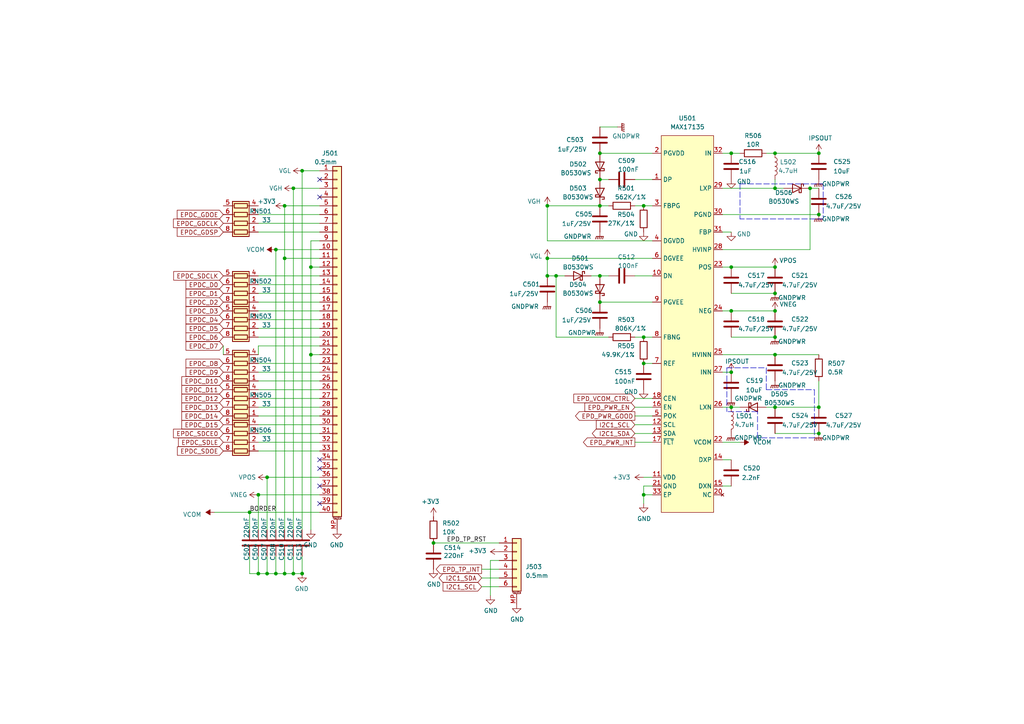
<source format=kicad_sch>
(kicad_sch (version 20210621) (generator eeschema)
  (paper "A4")
  (title_block (title "NekoInk Mainboard") (date "2021-09-28") (rev "R0.2") (company "Copyright 2021 Wenting Zhang") (comment 2 "MERCHANTABILITY, SATISFACTORY QUALITY AND FITNESS FOR A PARTICULAR PURPOSE.") (comment 3 "This source is distributed WITHOUT ANY EXPRESS OR IMPLIED WARRANTY, INCLUDING OF") (comment 4 "This source describes Open Hardware and is licensed under the CERN-OHL-P v2."))
  (lib_symbols
    (symbol "Connector_Generic_MountingPin:Conn_01x06_MountingPin" (pin_names (offset 1.016) hide)
      (property "Reference" "J" (at 0 7.62 0))
      (property "Value" "Conn_01x06_MountingPin" (at 1.27 -10.16 0))
      (symbol "Conn_01x06_MountingPin_1_1"
        (text "Mounting" (at 0 -9.271 0) (effects (font (size 0.381 0.381))))
        (rectangle (start -1.27 -7.493) (end 0 -7.747) (stroke (width 0.1524)))
        (rectangle (start -1.27 -4.953) (end 0 -5.207) (stroke (width 0.1524)))
        (rectangle (start -1.27 -2.413) (end 0 -2.667) (stroke (width 0.1524)))
        (rectangle (start -1.27 0.127) (end 0 -0.127) (stroke (width 0.1524)))
        (rectangle (start -1.27 2.667) (end 0 2.413) (stroke (width 0.1524)))
        (rectangle (start -1.27 5.207) (end 0 4.953) (stroke (width 0.1524)))
        (rectangle (start -1.27 6.35) (end 1.27 -8.89) (stroke (width 0.254)) (fill (type background)))
        (polyline (pts (xy -1.016 -9.652) (xy 1.016 -9.652)) (stroke (width 0.1524)))
        (pin passive line (at -5.08 5.08 0) (length 3.81) (name "Pin_1") (number "1"))
        (pin passive line (at -5.08 2.54 0) (length 3.81) (name "Pin_2") (number "2"))
        (pin passive line (at -5.08 0 0) (length 3.81) (name "Pin_3") (number "3"))
        (pin passive line (at -5.08 -2.54 0) (length 3.81) (name "Pin_4") (number "4"))
        (pin passive line (at -5.08 -5.08 0) (length 3.81) (name "Pin_5") (number "5"))
        (pin passive line (at -5.08 -7.62 0) (length 3.81) (name "Pin_6") (number "6"))
        (pin passive line (at 0 -12.7 90) (length 3.048) (name "MountPin") (number "MP"))
      )
    )
    (symbol "Connector_Generic_MountingPin:Conn_01x40_MountingPin" (pin_names (offset 1.016) hide)
      (property "Reference" "J" (at 0 50.8 0))
      (property "Value" "Conn_01x40_MountingPin" (at 1.27 -53.34 0))
      (symbol "Conn_01x40_MountingPin_1_1"
        (text "Mounting" (at 0 -52.451 0) (effects (font (size 0.381 0.381))))
        (rectangle (start -1.27 -50.673) (end 0 -50.927) (stroke (width 0.1524)))
        (rectangle (start -1.27 -48.133) (end 0 -48.387) (stroke (width 0.1524)))
        (rectangle (start -1.27 -45.593) (end 0 -45.847) (stroke (width 0.1524)))
        (rectangle (start -1.27 -43.053) (end 0 -43.307) (stroke (width 0.1524)))
        (rectangle (start -1.27 -40.513) (end 0 -40.767) (stroke (width 0.1524)))
        (rectangle (start -1.27 -37.973) (end 0 -38.227) (stroke (width 0.1524)))
        (rectangle (start -1.27 -35.433) (end 0 -35.687) (stroke (width 0.1524)))
        (rectangle (start -1.27 -32.893) (end 0 -33.147) (stroke (width 0.1524)))
        (rectangle (start -1.27 -30.353) (end 0 -30.607) (stroke (width 0.1524)))
        (rectangle (start -1.27 -27.813) (end 0 -28.067) (stroke (width 0.1524)))
        (rectangle (start -1.27 -25.273) (end 0 -25.527) (stroke (width 0.1524)))
        (rectangle (start -1.27 -22.733) (end 0 -22.987) (stroke (width 0.1524)))
        (rectangle (start -1.27 -20.193) (end 0 -20.447) (stroke (width 0.1524)))
        (rectangle (start -1.27 -17.653) (end 0 -17.907) (stroke (width 0.1524)))
        (rectangle (start -1.27 -15.113) (end 0 -15.367) (stroke (width 0.1524)))
        (rectangle (start -1.27 -12.573) (end 0 -12.827) (stroke (width 0.1524)))
        (rectangle (start -1.27 -10.033) (end 0 -10.287) (stroke (width 0.1524)))
        (rectangle (start -1.27 -7.493) (end 0 -7.747) (stroke (width 0.1524)))
        (rectangle (start -1.27 -4.953) (end 0 -5.207) (stroke (width 0.1524)))
        (rectangle (start -1.27 -2.413) (end 0 -2.667) (stroke (width 0.1524)))
        (rectangle (start -1.27 0.127) (end 0 -0.127) (stroke (width 0.1524)))
        (rectangle (start -1.27 2.667) (end 0 2.413) (stroke (width 0.1524)))
        (rectangle (start -1.27 5.207) (end 0 4.953) (stroke (width 0.1524)))
        (rectangle (start -1.27 7.747) (end 0 7.493) (stroke (width 0.1524)))
        (rectangle (start -1.27 10.287) (end 0 10.033) (stroke (width 0.1524)))
        (rectangle (start -1.27 12.827) (end 0 12.573) (stroke (width 0.1524)))
        (rectangle (start -1.27 15.367) (end 0 15.113) (stroke (width 0.1524)))
        (rectangle (start -1.27 17.907) (end 0 17.653) (stroke (width 0.1524)))
        (rectangle (start -1.27 20.447) (end 0 20.193) (stroke (width 0.1524)))
        (rectangle (start -1.27 22.987) (end 0 22.733) (stroke (width 0.1524)))
        (rectangle (start -1.27 25.527) (end 0 25.273) (stroke (width 0.1524)))
        (rectangle (start -1.27 28.067) (end 0 27.813) (stroke (width 0.1524)))
        (rectangle (start -1.27 30.607) (end 0 30.353) (stroke (width 0.1524)))
        (rectangle (start -1.27 33.147) (end 0 32.893) (stroke (width 0.1524)))
        (rectangle (start -1.27 35.687) (end 0 35.433) (stroke (width 0.1524)))
        (rectangle (start -1.27 38.227) (end 0 37.973) (stroke (width 0.1524)))
        (rectangle (start -1.27 40.767) (end 0 40.513) (stroke (width 0.1524)))
        (rectangle (start -1.27 43.307) (end 0 43.053) (stroke (width 0.1524)))
        (rectangle (start -1.27 45.847) (end 0 45.593) (stroke (width 0.1524)))
        (rectangle (start -1.27 48.387) (end 0 48.133) (stroke (width 0.1524)))
        (rectangle (start -1.27 49.53) (end 1.27 -52.07) (stroke (width 0.254)) (fill (type background)))
        (polyline (pts (xy -1.016 -52.832) (xy 1.016 -52.832)) (stroke (width 0.1524)))
        (pin passive line (at -5.08 48.26 0) (length 3.81) (name "Pin_1") (number "1"))
        (pin passive line (at -5.08 25.4 0) (length 3.81) (name "Pin_10") (number "10"))
        (pin passive line (at -5.08 22.86 0) (length 3.81) (name "Pin_11") (number "11"))
        (pin passive line (at -5.08 20.32 0) (length 3.81) (name "Pin_12") (number "12"))
        (pin passive line (at -5.08 17.78 0) (length 3.81) (name "Pin_13") (number "13"))
        (pin passive line (at -5.08 15.24 0) (length 3.81) (name "Pin_14") (number "14"))
        (pin passive line (at -5.08 12.7 0) (length 3.81) (name "Pin_15") (number "15"))
        (pin passive line (at -5.08 10.16 0) (length 3.81) (name "Pin_16") (number "16"))
        (pin passive line (at -5.08 7.62 0) (length 3.81) (name "Pin_17") (number "17"))
        (pin passive line (at -5.08 5.08 0) (length 3.81) (name "Pin_18") (number "18"))
        (pin passive line (at -5.08 2.54 0) (length 3.81) (name "Pin_19") (number "19"))
        (pin passive line (at -5.08 45.72 0) (length 3.81) (name "Pin_2") (number "2"))
        (pin passive line (at -5.08 0 0) (length 3.81) (name "Pin_20") (number "20"))
        (pin passive line (at -5.08 -2.54 0) (length 3.81) (name "Pin_21") (number "21"))
        (pin passive line (at -5.08 -5.08 0) (length 3.81) (name "Pin_22") (number "22"))
        (pin passive line (at -5.08 -7.62 0) (length 3.81) (name "Pin_23") (number "23"))
        (pin passive line (at -5.08 -10.16 0) (length 3.81) (name "Pin_24") (number "24"))
        (pin passive line (at -5.08 -12.7 0) (length 3.81) (name "Pin_25") (number "25"))
        (pin passive line (at -5.08 -15.24 0) (length 3.81) (name "Pin_26") (number "26"))
        (pin passive line (at -5.08 -17.78 0) (length 3.81) (name "Pin_27") (number "27"))
        (pin passive line (at -5.08 -20.32 0) (length 3.81) (name "Pin_28") (number "28"))
        (pin passive line (at -5.08 -22.86 0) (length 3.81) (name "Pin_29") (number "29"))
        (pin passive line (at -5.08 43.18 0) (length 3.81) (name "Pin_3") (number "3"))
        (pin passive line (at -5.08 -25.4 0) (length 3.81) (name "Pin_30") (number "30"))
        (pin passive line (at -5.08 -27.94 0) (length 3.81) (name "Pin_31") (number "31"))
        (pin passive line (at -5.08 -30.48 0) (length 3.81) (name "Pin_32") (number "32"))
        (pin passive line (at -5.08 -33.02 0) (length 3.81) (name "Pin_33") (number "33"))
        (pin passive line (at -5.08 -35.56 0) (length 3.81) (name "Pin_34") (number "34"))
        (pin passive line (at -5.08 -38.1 0) (length 3.81) (name "Pin_35") (number "35"))
        (pin passive line (at -5.08 -40.64 0) (length 3.81) (name "Pin_36") (number "36"))
        (pin passive line (at -5.08 -43.18 0) (length 3.81) (name "Pin_37") (number "37"))
        (pin passive line (at -5.08 -45.72 0) (length 3.81) (name "Pin_38") (number "38"))
        (pin passive line (at -5.08 -48.26 0) (length 3.81) (name "Pin_39") (number "39"))
        (pin passive line (at -5.08 40.64 0) (length 3.81) (name "Pin_4") (number "4"))
        (pin passive line (at -5.08 -50.8 0) (length 3.81) (name "Pin_40") (number "40"))
        (pin passive line (at -5.08 38.1 0) (length 3.81) (name "Pin_5") (number "5"))
        (pin passive line (at -5.08 35.56 0) (length 3.81) (name "Pin_6") (number "6"))
        (pin passive line (at -5.08 33.02 0) (length 3.81) (name "Pin_7") (number "7"))
        (pin passive line (at -5.08 30.48 0) (length 3.81) (name "Pin_8") (number "8"))
        (pin passive line (at -5.08 27.94 0) (length 3.81) (name "Pin_9") (number "9"))
        (pin passive line (at 0 -55.88 90) (length 3.048) (name "MountPin") (number "MP"))
      )
    )
    (symbol "Device:C" (pin_numbers hide) (pin_names (offset 0.254))
      (property "Reference" "C" (at 0.635 2.54 0))
      (property "Value" "C" (at 0.635 -2.54 0))
      (symbol "C_0_1"
        (polyline (pts (xy -2.032 -0.762) (xy 2.032 -0.762)) (stroke (width 0.508)))
        (polyline (pts (xy -2.032 0.762) (xy 2.032 0.762)) (stroke (width 0.508)))
      )
      (symbol "C_1_1"
        (pin passive line (at 0 3.81 270) (length 2.794) (name "~") (number "1"))
        (pin passive line (at 0 -3.81 90) (length 2.794) (name "~") (number "2"))
      )
    )
    (symbol "Device:D_Schottky" (pin_numbers hide) (pin_names (offset 1.016) hide)
      (property "Reference" "D" (at 0 2.54 0))
      (property "Value" "D_Schottky" (at 0 -2.54 0))
      (symbol "D_Schottky_0_1"
        (polyline (pts (xy 1.27 0) (xy -1.27 0)))
        (polyline (pts (xy 1.27 1.27) (xy 1.27 -1.27) (xy -1.27 0) (xy 1.27 1.27)) (stroke (width 0.254)))
        (polyline (pts (xy -1.905 0.635) (xy -1.905 1.27) (xy -1.27 1.27) (xy -1.27 -1.27) (xy -0.635 -1.27) (xy -0.635 -0.635)) (stroke (width 0.254)))
      )
      (symbol "D_Schottky_1_1"
        (pin passive line (at -3.81 0 0) (length 2.54) (name "K") (number "1"))
        (pin passive line (at 3.81 0 180) (length 2.54) (name "A") (number "2"))
      )
    )
    (symbol "Device:L" (pin_numbers hide) (pin_names (offset 1.016) hide)
      (property "Reference" "L" (at -1.27 0 90))
      (property "Value" "L" (at 1.905 0 90))
      (symbol "L_0_1"
        (arc (start 0 -2.54) (end 0 -1.27) (radius (at 0 -1.905) (length 0.635) (angles -89.9 89.9)))
        (arc (start 0 -1.27) (end 0 0) (radius (at 0 -0.635) (length 0.635) (angles -89.9 89.9)))
        (arc (start 0 0) (end 0 1.27) (radius (at 0 0.635) (length 0.635) (angles -89.9 89.9)))
        (arc (start 0 1.27) (end 0 2.54) (radius (at 0 1.905) (length 0.635) (angles -89.9 89.9)))
      )
      (symbol "L_1_1"
        (pin passive line (at 0 3.81 270) (length 1.27) (name "1") (number "1"))
        (pin passive line (at 0 -3.81 90) (length 1.27) (name "2") (number "2"))
      )
    )
    (symbol "Device:R" (pin_numbers hide) (pin_names (offset 0))
      (property "Reference" "R" (at 2.032 0 90))
      (property "Value" "R" (at 0 0 90))
      (symbol "R_0_1"
        (rectangle (start -1.016 -2.54) (end 1.016 2.54) (stroke (width 0.254)))
      )
      (symbol "R_1_1"
        (pin passive line (at 0 3.81 270) (length 1.27) (name "~") (number "1"))
        (pin passive line (at 0 -3.81 90) (length 1.27) (name "~") (number "2"))
      )
    )
    (symbol "Device:R_Pack04" (pin_names (offset 0) hide)
      (property "Reference" "RN" (at -7.62 0 90))
      (property "Value" "R_Pack04" (at 5.08 0 90))
      (symbol "R_Pack04_0_1"
        (rectangle (start -5.715 1.905) (end -4.445 -1.905) (stroke (width 0.254)))
        (rectangle (start -3.175 1.905) (end -1.905 -1.905) (stroke (width 0.254)))
        (rectangle (start -0.635 1.905) (end 0.635 -1.905) (stroke (width 0.254)))
        (rectangle (start 1.905 1.905) (end 3.175 -1.905) (stroke (width 0.254)))
        (rectangle (start -6.35 -2.413) (end 3.81 2.413) (stroke (width 0.254)) (fill (type background)))
        (polyline (pts (xy -5.08 -2.54) (xy -5.08 -1.905)))
        (polyline (pts (xy -5.08 1.905) (xy -5.08 2.54)))
        (polyline (pts (xy -2.54 -2.54) (xy -2.54 -1.905)))
        (polyline (pts (xy -2.54 1.905) (xy -2.54 2.54)))
        (polyline (pts (xy 0 -2.54) (xy 0 -1.905)))
        (polyline (pts (xy 0 1.905) (xy 0 2.54)))
        (polyline (pts (xy 2.54 -2.54) (xy 2.54 -1.905)))
        (polyline (pts (xy 2.54 1.905) (xy 2.54 2.54)))
      )
      (symbol "R_Pack04_1_1"
        (pin passive line (at -5.08 -5.08 90) (length 2.54) (name "R1.1") (number "1"))
        (pin passive line (at -2.54 -5.08 90) (length 2.54) (name "R2.1") (number "2"))
        (pin passive line (at 0 -5.08 90) (length 2.54) (name "R3.1") (number "3"))
        (pin passive line (at 2.54 -5.08 90) (length 2.54) (name "R4.1") (number "4"))
        (pin passive line (at 2.54 5.08 270) (length 2.54) (name "R4.2") (number "5"))
        (pin passive line (at 0 5.08 270) (length 2.54) (name "R3.2") (number "6"))
        (pin passive line (at -2.54 5.08 270) (length 2.54) (name "R2.2") (number "7"))
        (pin passive line (at -5.08 5.08 270) (length 2.54) (name "R1.2") (number "8"))
      )
    )
    (symbol "power:+3V3" (power) (pin_names (offset 0))
      (property "Value" "+3V3" (at 0 3.556 0))
      (symbol "+3V3_0_1"
        (polyline (pts (xy -0.762 1.27) (xy 0 2.54)))
        (polyline (pts (xy 0 0) (xy 0 2.54)))
        (polyline (pts (xy 0 2.54) (xy 0.762 1.27)))
      )
      (symbol "+3V3_1_1"
        (pin power_in line (at 0 0 90) (length 0) hide (name "+3V3") (number "1"))
      )
    )
    (symbol "power:GND" (power) (pin_names (offset 0))
      (property "Value" "GND" (at 0 -3.81 0))
      (symbol "GND_0_1"
        (polyline (pts (xy 0 0) (xy 0 -1.27) (xy 1.27 -1.27) (xy 0 -2.54) (xy -1.27 -1.27) (xy 0 -1.27)))
      )
      (symbol "GND_1_1"
        (pin power_in line (at 0 0 270) (length 0) hide (name "GND") (number "1"))
      )
    )
    (symbol "power:GNDPWR" (power) (pin_names (offset 0))
      (property "Value" "GNDPWR" (at 0 -3.302 0))
      (symbol "GNDPWR_0_1"
        (polyline (pts (xy 0 -1.27) (xy 0 0)))
        (polyline (pts (xy -1.016 -1.27) (xy -1.27 -2.032) (xy -1.27 -2.032)) (stroke (width 0.2032)))
        (polyline (pts (xy -0.508 -1.27) (xy -0.762 -2.032) (xy -0.762 -2.032)) (stroke (width 0.2032)))
        (polyline (pts (xy 0 -1.27) (xy -0.254 -2.032) (xy -0.254 -2.032)) (stroke (width 0.2032)))
        (polyline (pts (xy 0.508 -1.27) (xy 0.254 -2.032) (xy 0.254 -2.032)) (stroke (width 0.2032)))
        (polyline (pts (xy 1.016 -1.27) (xy -1.016 -1.27) (xy -1.016 -1.27)) (stroke (width 0.2032)))
        (polyline (pts (xy 1.016 -1.27) (xy 0.762 -2.032) (xy 0.762 -2.032) (xy 0.762 -2.032)) (stroke (width 0.2032)))
      )
      (symbol "GNDPWR_1_1"
        (pin power_in line (at 0 0 270) (length 0) hide (name "GNDPWR") (number "1"))
      )
    )
    (symbol "power:VCOM" (power) (pin_names (offset 0))
      (property "Value" "VCOM" (at 0 3.81 0))
      (symbol "VCOM_0_1"
        (polyline (pts (xy 0 0) (xy 0 2.54)))
        (polyline (pts (xy 0.762 1.27) (xy -0.762 1.27) (xy 0 2.54) (xy 0.762 1.27)) (fill (type outline)))
      )
      (symbol "VCOM_1_1"
        (pin power_in line (at 0 0 90) (length 0) hide (name "VCOM") (number "1"))
      )
    )
    (symbol "symbols:IPSOUT" (power) (pin_names (offset 0))
      (property "Value" "IPSOUT" (at 0 3.556 0))
      (symbol "IPSOUT_0_1"
        (polyline (pts (xy -0.762 1.27) (xy 0 2.54)))
        (polyline (pts (xy 0 0) (xy 0 2.54)))
        (polyline (pts (xy 0 2.54) (xy 0.762 1.27)))
      )
      (symbol "IPSOUT_1_1"
        (pin power_in line (at 0 0 90) (length 0) hide (name "IPSOUT") (number "1"))
      )
    )
    (symbol "symbols:MAX17135"
      (property "Reference" "U" (at 0 0 0))
      (property "Value" "MAX17135" (at 0 -2.54 0))
      (symbol "MAX17135_0_1"
        (rectangle (start -7.62 -5.08) (end 7.62 -114.3) (stroke (width 0.1524)) (fill (type background)))
      )
      (symbol "MAX17135_1_1"
        (pin input line (at -10.16 -17.78 0) (length 2.54) (name "DP") (number "1"))
        (pin input line (at -10.16 -45.72 0) (length 2.54) (name "DN") (number "10"))
        (pin input line (at -10.16 -104.14 0) (length 2.54) (name "VDD") (number "11"))
        (pin input line (at -10.16 -88.9 0) (length 2.54) (name "SCL") (number "12"))
        (pin input line (at -10.16 -91.44 0) (length 2.54) (name "SDA") (number "13"))
        (pin input line (at 10.16 -99.06 180) (length 2.54) (name "DXP") (number "14"))
        (pin input line (at 10.16 -106.68 180) (length 2.54) (name "DXN") (number "15"))
        (pin input line (at -10.16 -83.82 0) (length 2.54) (name "EN") (number "16"))
        (pin input line (at -10.16 -93.98 0) (length 2.54) (name "~{FLT}") (number "17"))
        (pin input line (at -10.16 -81.28 0) (length 2.54) (name "CEN") (number "18"))
        (pin no_connect line (at 10.16 -109.22 180) (length 2.54) hide (name "NC") (number "19"))
        (pin input line (at -10.16 -10.16 0) (length 2.54) (name "PGVDD") (number "2"))
        (pin no_connect line (at 10.16 -109.22 180) (length 2.54) (name "NC") (number "20"))
        (pin input line (at -10.16 -106.68 0) (length 2.54) (name "GND") (number "21"))
        (pin input line (at 10.16 -93.98 180) (length 2.54) (name "VCOM") (number "22"))
        (pin input line (at 10.16 -43.18 180) (length 2.54) (name "POS") (number "23"))
        (pin input line (at 10.16 -55.88 180) (length 2.54) (name "NEG") (number "24"))
        (pin input line (at 10.16 -68.58 180) (length 2.54) (name "HVINN") (number "25"))
        (pin input line (at 10.16 -83.82 180) (length 2.54) (name "LXN") (number "26"))
        (pin input line (at 10.16 -73.66 180) (length 2.54) (name "INN") (number "27"))
        (pin input line (at 10.16 -38.1 180) (length 2.54) (name "HVINP") (number "28"))
        (pin input line (at 10.16 -20.32 180) (length 2.54) (name "LXP") (number "29"))
        (pin input line (at -10.16 -25.4 0) (length 2.54) (name "FBPG") (number "3"))
        (pin input line (at 10.16 -27.94 180) (length 2.54) (name "PGND") (number "30"))
        (pin input line (at 10.16 -33.02 180) (length 2.54) (name "FBP") (number "31"))
        (pin input line (at 10.16 -10.16 180) (length 2.54) (name "IN") (number "32"))
        (pin input line (at -10.16 -109.22 0) (length 2.54) (name "EP") (number "33"))
        (pin input line (at -10.16 -35.56 0) (length 2.54) (name "DGVDD") (number "4"))
        (pin input line (at -10.16 -86.36 0) (length 2.54) (name "POK") (number "5"))
        (pin input line (at -10.16 -40.64 0) (length 2.54) (name "DGVEE") (number "6"))
        (pin input line (at -10.16 -71.12 0) (length 2.54) (name "REF") (number "7"))
        (pin input line (at -10.16 -63.5 0) (length 2.54) (name "FBNG") (number "8"))
        (pin input line (at -10.16 -53.34 0) (length 2.54) (name "PGVEE") (number "9"))
      )
    )
    (symbol "symbols:VGH" (power) (pin_names (offset 0))
      (property "Value" "VGH" (at 0 3.556 0))
      (symbol "VGH_0_1"
        (polyline (pts (xy -0.762 1.27) (xy 0 2.54)))
        (polyline (pts (xy 0 0) (xy 0 2.54)))
        (polyline (pts (xy 0 2.54) (xy 0.762 1.27)))
      )
      (symbol "VGH_1_1"
        (pin power_in line (at 0 0 90) (length 0) hide (name "VGH") (number "1"))
      )
    )
    (symbol "symbols:VGL" (power) (pin_names (offset 0))
      (property "Value" "VGL" (at 0 3.556 0))
      (symbol "VGL_0_1"
        (polyline (pts (xy -0.762 1.27) (xy 0 2.54)))
        (polyline (pts (xy 0 0) (xy 0 2.54)))
        (polyline (pts (xy 0 2.54) (xy 0.762 1.27)))
      )
      (symbol "VGL_1_1"
        (pin power_in line (at 0 0 90) (length 0) hide (name "VGL") (number "1"))
      )
    )
    (symbol "symbols:VNEG" (power) (pin_names (offset 0))
      (property "Value" "VNEG" (at 0 3.556 0))
      (symbol "VNEG_0_1"
        (polyline (pts (xy -0.762 1.27) (xy 0 2.54)))
        (polyline (pts (xy 0 0) (xy 0 2.54)))
        (polyline (pts (xy 0 2.54) (xy 0.762 1.27)))
      )
      (symbol "VNEG_1_1"
        (pin power_in line (at 0 0 90) (length 0) hide (name "VNEG") (number "1"))
      )
    )
    (symbol "symbols:VPOS" (power) (pin_names (offset 0))
      (property "Value" "VPOS" (at 0 3.556 0))
      (symbol "VPOS_0_1"
        (polyline (pts (xy -0.762 1.27) (xy 0 2.54)))
        (polyline (pts (xy 0 0) (xy 0 2.54)))
        (polyline (pts (xy 0 2.54) (xy 0.762 1.27)))
      )
      (symbol "VPOS_1_1"
        (pin power_in line (at 0 0 90) (length 0) hide (name "VPOS") (number "1"))
      )
    )
  )
  (junction (at 72.39 148.59) (diameter 0.9144))
  (junction (at 74.93 143.51) (diameter 0.9144))
  (junction (at 74.93 166.37) (diameter 0.9144))
  (junction (at 77.47 138.43) (diameter 0.9144))
  (junction (at 77.47 166.37) (diameter 0.9144))
  (junction (at 80.01 72.39))
  (junction (at 80.01 166.37) (diameter 0.9144))
  (junction (at 82.55 59.69))
  (junction (at 82.55 74.93) (diameter 0.9144))
  (junction (at 82.55 166.37) (diameter 0.9144))
  (junction (at 85.09 54.61) (diameter 0.9144))
  (junction (at 85.09 166.37) (diameter 0.9144))
  (junction (at 87.63 49.53) (diameter 0.9144))
  (junction (at 87.63 166.37) (diameter 0.9144))
  (junction (at 90.17 77.47) (diameter 0.9144))
  (junction (at 90.17 102.87) (diameter 0.9144))
  (junction (at 125.73 157.48) (diameter 0.9144))
  (junction (at 158.75 59.69))
  (junction (at 158.75 74.93))
  (junction (at 158.75 80.01))
  (junction (at 161.29 80.01))
  (junction (at 173.99 44.45))
  (junction (at 173.99 52.07))
  (junction (at 173.99 59.69))
  (junction (at 173.99 80.01))
  (junction (at 173.99 87.63))
  (junction (at 186.69 59.69))
  (junction (at 186.69 97.79))
  (junction (at 186.69 105.41))
  (junction (at 186.69 143.51))
  (junction (at 212.09 44.45))
  (junction (at 212.09 77.47))
  (junction (at 212.09 90.17))
  (junction (at 212.09 107.95))
  (junction (at 212.09 118.11))
  (junction (at 224.79 44.45))
  (junction (at 224.79 54.61))
  (junction (at 224.79 77.47))
  (junction (at 224.79 85.09))
  (junction (at 224.79 90.17))
  (junction (at 224.79 97.79))
  (junction (at 224.79 102.87))
  (junction (at 224.79 118.11))
  (junction (at 234.95 54.61))
  (junction (at 237.49 44.45))
  (junction (at 237.49 62.23))
  (junction (at 237.49 118.11))
  (junction (at 237.49 125.73))
  (no_connect (at 92.71 52.07))
  (no_connect (at 92.71 57.15))
  (no_connect (at 92.71 133.35))
  (no_connect (at 92.71 135.89))
  (no_connect (at 92.71 140.97))
  (no_connect (at 92.71 146.05))
  (wire (pts (xy 62.23 148.59) (xy 72.39 148.59)))
  (wire (pts (xy 64.77 100.33) (xy 64.77 102.87)))
  (wire (pts (xy 72.39 148.59) (xy 72.39 153.67)))
  (wire (pts (xy 72.39 148.59) (xy 92.71 148.59)))
  (wire (pts (xy 72.39 161.29) (xy 72.39 166.37)))
  (wire (pts (xy 72.39 166.37) (xy 74.93 166.37)))
  (wire (pts (xy 74.93 62.23) (xy 92.71 62.23)))
  (wire (pts (xy 74.93 64.77) (xy 92.71 64.77)))
  (wire (pts (xy 74.93 67.31) (xy 92.71 67.31)))
  (wire (pts (xy 74.93 80.01) (xy 92.71 80.01)))
  (wire (pts (xy 74.93 82.55) (xy 92.71 82.55)))
  (wire (pts (xy 74.93 85.09) (xy 92.71 85.09)))
  (wire (pts (xy 74.93 87.63) (xy 92.71 87.63)))
  (wire (pts (xy 74.93 90.17) (xy 92.71 90.17)))
  (wire (pts (xy 74.93 92.71) (xy 92.71 92.71)))
  (wire (pts (xy 74.93 95.25) (xy 92.71 95.25)))
  (wire (pts (xy 74.93 97.79) (xy 92.71 97.79)))
  (wire (pts (xy 74.93 100.33) (xy 74.93 102.87)))
  (wire (pts (xy 74.93 100.33) (xy 92.71 100.33)))
  (wire (pts (xy 74.93 105.41) (xy 92.71 105.41)))
  (wire (pts (xy 74.93 107.95) (xy 92.71 107.95)))
  (wire (pts (xy 74.93 110.49) (xy 92.71 110.49)))
  (wire (pts (xy 74.93 113.03) (xy 92.71 113.03)))
  (wire (pts (xy 74.93 115.57) (xy 92.71 115.57)))
  (wire (pts (xy 74.93 118.11) (xy 92.71 118.11)))
  (wire (pts (xy 74.93 120.65) (xy 92.71 120.65)))
  (wire (pts (xy 74.93 123.19) (xy 92.71 123.19)))
  (wire (pts (xy 74.93 125.73) (xy 92.71 125.73)))
  (wire (pts (xy 74.93 128.27) (xy 92.71 128.27)))
  (wire (pts (xy 74.93 130.81) (xy 92.71 130.81)))
  (wire (pts (xy 74.93 143.51) (xy 74.93 153.67)))
  (wire (pts (xy 74.93 143.51) (xy 92.71 143.51)))
  (wire (pts (xy 74.93 161.29) (xy 74.93 166.37)))
  (wire (pts (xy 74.93 166.37) (xy 77.47 166.37)))
  (wire (pts (xy 77.47 138.43) (xy 77.47 153.67)))
  (wire (pts (xy 77.47 138.43) (xy 92.71 138.43)))
  (wire (pts (xy 77.47 161.29) (xy 77.47 166.37)))
  (wire (pts (xy 77.47 166.37) (xy 80.01 166.37)))
  (wire (pts (xy 80.01 72.39) (xy 80.01 153.67)))
  (wire (pts (xy 80.01 72.39) (xy 92.71 72.39)))
  (wire (pts (xy 80.01 161.29) (xy 80.01 166.37)))
  (wire (pts (xy 80.01 166.37) (xy 82.55 166.37)))
  (wire (pts (xy 82.55 59.69) (xy 82.55 74.93)))
  (wire (pts (xy 82.55 59.69) (xy 92.71 59.69)))
  (wire (pts (xy 82.55 74.93) (xy 82.55 153.67)))
  (wire (pts (xy 82.55 74.93) (xy 92.71 74.93)))
  (wire (pts (xy 82.55 161.29) (xy 82.55 166.37)))
  (wire (pts (xy 82.55 166.37) (xy 85.09 166.37)))
  (wire (pts (xy 85.09 54.61) (xy 85.09 153.67)))
  (wire (pts (xy 85.09 54.61) (xy 92.71 54.61)))
  (wire (pts (xy 85.09 161.29) (xy 85.09 166.37)))
  (wire (pts (xy 85.09 166.37) (xy 87.63 166.37)))
  (wire (pts (xy 87.63 49.53) (xy 87.63 153.67)))
  (wire (pts (xy 87.63 49.53) (xy 92.71 49.53)))
  (wire (pts (xy 87.63 161.29) (xy 87.63 166.37)))
  (wire (pts (xy 90.17 69.85) (xy 90.17 77.47)))
  (wire (pts (xy 90.17 77.47) (xy 90.17 102.87)))
  (wire (pts (xy 90.17 77.47) (xy 92.71 77.47)))
  (wire (pts (xy 90.17 102.87) (xy 90.17 153.67)))
  (wire (pts (xy 90.17 102.87) (xy 92.71 102.87)))
  (wire (pts (xy 92.71 69.85) (xy 90.17 69.85)))
  (wire (pts (xy 125.73 157.48) (xy 144.78 157.48)))
  (wire (pts (xy 139.7 165.1) (xy 144.78 165.1)))
  (wire (pts (xy 139.7 167.64) (xy 144.78 167.64)))
  (wire (pts (xy 139.7 170.18) (xy 144.78 170.18)))
  (wire (pts (xy 142.24 162.56) (xy 142.24 172.72)))
  (wire (pts (xy 144.78 162.56) (xy 142.24 162.56)))
  (wire (pts (xy 158.75 59.69) (xy 173.99 59.69)))
  (wire (pts (xy 158.75 69.85) (xy 158.75 59.69)))
  (wire (pts (xy 158.75 74.93) (xy 189.23 74.93)))
  (wire (pts (xy 158.75 80.01) (xy 158.75 74.93)))
  (wire (pts (xy 161.29 80.01) (xy 158.75 80.01)))
  (wire (pts (xy 161.29 97.79) (xy 161.29 80.01)))
  (wire (pts (xy 163.83 80.01) (xy 161.29 80.01)))
  (wire (pts (xy 171.45 80.01) (xy 173.99 80.01)))
  (wire (pts (xy 173.99 36.83) (xy 179.07 36.83)))
  (wire (pts (xy 173.99 44.45) (xy 189.23 44.45)))
  (wire (pts (xy 173.99 52.07) (xy 176.53 52.07)))
  (wire (pts (xy 173.99 59.69) (xy 176.53 59.69)))
  (wire (pts (xy 173.99 80.01) (xy 176.53 80.01)))
  (wire (pts (xy 173.99 87.63) (xy 189.23 87.63)))
  (wire (pts (xy 176.53 97.79) (xy 161.29 97.79)))
  (wire (pts (xy 184.15 52.07) (xy 189.23 52.07)))
  (wire (pts (xy 184.15 59.69) (xy 186.69 59.69)))
  (wire (pts (xy 184.15 80.01) (xy 189.23 80.01)))
  (wire (pts (xy 184.15 97.79) (xy 186.69 97.79)))
  (wire (pts (xy 184.15 115.57) (xy 189.23 115.57)))
  (wire (pts (xy 184.15 118.11) (xy 189.23 118.11)))
  (wire (pts (xy 184.15 120.65) (xy 189.23 120.65)))
  (wire (pts (xy 184.15 123.19) (xy 189.23 123.19)))
  (wire (pts (xy 184.15 125.73) (xy 189.23 125.73)))
  (wire (pts (xy 184.15 128.27) (xy 189.23 128.27)))
  (wire (pts (xy 186.69 59.69) (xy 189.23 59.69)))
  (wire (pts (xy 186.69 97.79) (xy 189.23 97.79)))
  (wire (pts (xy 186.69 105.41) (xy 189.23 105.41)))
  (wire (pts (xy 186.69 138.43) (xy 189.23 138.43)))
  (wire (pts (xy 186.69 140.97) (xy 186.69 143.51)))
  (wire (pts (xy 186.69 143.51) (xy 186.69 146.05)))
  (wire (pts (xy 186.69 143.51) (xy 189.23 143.51)))
  (wire (pts (xy 189.23 69.85) (xy 158.75 69.85)))
  (wire (pts (xy 189.23 140.97) (xy 186.69 140.97)))
  (wire (pts (xy 209.55 44.45) (xy 212.09 44.45)))
  (wire (pts (xy 209.55 54.61) (xy 224.79 54.61)))
  (wire (pts (xy 209.55 62.23) (xy 237.49 62.23)))
  (wire (pts (xy 209.55 67.31) (xy 212.09 67.31)))
  (wire (pts (xy 209.55 77.47) (xy 212.09 77.47)))
  (wire (pts (xy 209.55 90.17) (xy 212.09 90.17)))
  (wire (pts (xy 209.55 102.87) (xy 224.79 102.87)))
  (wire (pts (xy 209.55 107.95) (xy 212.09 107.95)))
  (wire (pts (xy 209.55 118.11) (xy 212.09 118.11)))
  (wire (pts (xy 209.55 128.27) (xy 214.63 128.27)))
  (wire (pts (xy 209.55 133.35) (xy 212.09 133.35)))
  (wire (pts (xy 209.55 140.97) (xy 212.09 140.97)))
  (wire (pts (xy 212.09 44.45) (xy 214.63 44.45)))
  (wire (pts (xy 212.09 77.47) (xy 224.79 77.47)))
  (wire (pts (xy 212.09 85.09) (xy 224.79 85.09)))
  (wire (pts (xy 212.09 90.17) (xy 224.79 90.17)))
  (wire (pts (xy 212.09 97.79) (xy 224.79 97.79)))
  (wire (pts (xy 212.09 118.11) (xy 214.63 118.11)))
  (wire (pts (xy 222.25 44.45) (xy 224.79 44.45)))
  (wire (pts (xy 222.25 118.11) (xy 224.79 118.11)))
  (wire (pts (xy 224.79 44.45) (xy 237.49 44.45)))
  (wire (pts (xy 224.79 54.61) (xy 224.79 52.07)))
  (wire (pts (xy 224.79 54.61) (xy 227.33 54.61)))
  (wire (pts (xy 224.79 102.87) (xy 237.49 102.87)))
  (wire (pts (xy 224.79 118.11) (xy 237.49 118.11)))
  (wire (pts (xy 224.79 125.73) (xy 237.49 125.73)))
  (wire (pts (xy 234.95 54.61) (xy 234.95 72.39)))
  (wire (pts (xy 234.95 54.61) (xy 237.49 54.61)))
  (wire (pts (xy 234.95 72.39) (xy 209.55 72.39)))
  (wire (pts (xy 237.49 110.49) (xy 237.49 118.11)))
  (polyline (pts (xy 210.82 106.68) (xy 210.82 119.38)))
  (polyline (pts (xy 210.82 106.68) (xy 222.25 106.68)))
  (polyline (pts (xy 214.63 53.34) (xy 214.63 63.5)))
  (polyline (pts (xy 214.63 53.34) (xy 238.76 53.34)))
  (polyline (pts (xy 219.71 119.38) (xy 210.82 119.38)))
  (polyline (pts (xy 219.71 127) (xy 219.71 119.38)))
  (polyline (pts (xy 222.25 106.68) (xy 222.25 113.03)))
  (polyline (pts (xy 222.25 113.03) (xy 236.22 113.03)))
  (polyline (pts (xy 236.22 113.03) (xy 236.22 127)))
  (polyline (pts (xy 236.22 127) (xy 219.71 127)))
  (polyline (pts (xy 238.76 53.34) (xy 238.76 63.5)))
  (polyline (pts (xy 238.76 63.5) (xy 214.63 63.5)))
  (label "BORDER" (at 72.39 148.59 0))
  (label "EPD_TP_RST" (at 129.54 157.48 0))
  (global_label "EPDC_GDOE" (shape input) (at 64.77 62.23 180) (property "Intersheet References" "${INTERSHEET_REFS}" (effects hide)))
  (global_label "EPDC_GDCLK" (shape input) (at 64.77 64.77 180) (property "Intersheet References" "${INTERSHEET_REFS}" (effects hide)))
  (global_label "EPDC_GDSP" (shape input) (at 64.77 67.31 180) (property "Intersheet References" "${INTERSHEET_REFS}" (effects hide)))
  (global_label "EPDC_SDCLK" (shape input) (at 64.77 80.01 180) (property "Intersheet References" "${INTERSHEET_REFS}" (effects hide)))
  (global_label "EPDC_D0" (shape input) (at 64.77 82.55 180) (property "Intersheet References" "${INTERSHEET_REFS}" (effects hide)))
  (global_label "EPDC_D1" (shape input) (at 64.77 85.09 180) (property "Intersheet References" "${INTERSHEET_REFS}" (effects hide)))
  (global_label "EPDC_D2" (shape input) (at 64.77 87.63 180) (property "Intersheet References" "${INTERSHEET_REFS}" (effects hide)))
  (global_label "EPDC_D3" (shape input) (at 64.77 90.17 180) (property "Intersheet References" "${INTERSHEET_REFS}" (effects hide)))
  (global_label "EPDC_D4" (shape input) (at 64.77 92.71 180) (property "Intersheet References" "${INTERSHEET_REFS}" (effects hide)))
  (global_label "EPDC_D5" (shape input) (at 64.77 95.25 180) (property "Intersheet References" "${INTERSHEET_REFS}" (effects hide)))
  (global_label "EPDC_D6" (shape input) (at 64.77 97.79 180) (property "Intersheet References" "${INTERSHEET_REFS}" (effects hide)))
  (global_label "EPDC_D7" (shape input) (at 64.77 100.33 180) (property "Intersheet References" "${INTERSHEET_REFS}" (effects hide)))
  (global_label "EPDC_D8" (shape input) (at 64.77 105.41 180) (property "Intersheet References" "${INTERSHEET_REFS}" (effects hide)))
  (global_label "EPDC_D9" (shape input) (at 64.77 107.95 180) (property "Intersheet References" "${INTERSHEET_REFS}" (effects hide)))
  (global_label "EPDC_D10" (shape input) (at 64.77 110.49 180) (property "Intersheet References" "${INTERSHEET_REFS}" (effects hide)))
  (global_label "EPDC_D11" (shape input) (at 64.77 113.03 180) (property "Intersheet References" "${INTERSHEET_REFS}" (effects hide)))
  (global_label "EPDC_D12" (shape input) (at 64.77 115.57 180) (property "Intersheet References" "${INTERSHEET_REFS}" (effects hide)))
  (global_label "EPDC_D13" (shape input) (at 64.77 118.11 180) (property "Intersheet References" "${INTERSHEET_REFS}" (effects hide)))
  (global_label "EPDC_D14" (shape input) (at 64.77 120.65 180) (property "Intersheet References" "${INTERSHEET_REFS}" (effects hide)))
  (global_label "EPDC_D15" (shape input) (at 64.77 123.19 180) (property "Intersheet References" "${INTERSHEET_REFS}" (effects hide)))
  (global_label "EPDC_SDCE0" (shape input) (at 64.77 125.73 180) (property "Intersheet References" "${INTERSHEET_REFS}" (effects hide)))
  (global_label "EPDC_SDLE" (shape input) (at 64.77 128.27 180) (property "Intersheet References" "${INTERSHEET_REFS}" (effects hide)))
  (global_label "EPDC_SDOE" (shape input) (at 64.77 130.81 180) (property "Intersheet References" "${INTERSHEET_REFS}" (effects hide)))
  (global_label "EPD_TP_INT" (shape output) (at 139.7 165.1 180) (property "Intersheet References" "${INTERSHEET_REFS}" (effects hide)))
  (global_label "I2C1_SDA" (shape bidirectional) (at 139.7 167.64 180) (property "Intersheet References" "${INTERSHEET_REFS}" (effects hide)))
  (global_label "I2C1_SCL" (shape input) (at 139.7 170.18 180) (property "Intersheet References" "${INTERSHEET_REFS}" (effects hide)))
  (global_label "EPD_VCOM_CTRL" (shape input) (at 184.15 115.57 180) (property "Intersheet References" "${INTERSHEET_REFS}" (effects hide)))
  (global_label "EPD_PWR_EN" (shape input) (at 184.15 118.11 180) (property "Intersheet References" "${INTERSHEET_REFS}" (effects hide)))
  (global_label "EPD_PWR_GOOD" (shape output) (at 184.15 120.65 180) (property "Intersheet References" "${INTERSHEET_REFS}" (effects hide)))
  (global_label "I2C1_SCL" (shape input) (at 184.15 123.19 180) (property "Intersheet References" "${INTERSHEET_REFS}" (effects hide)))
  (global_label "I2C1_SDA" (shape bidirectional) (at 184.15 125.73 180) (property "Intersheet References" "${INTERSHEET_REFS}" (effects hide)))
  (global_label "EPD_PWR_INT" (shape output) (at 184.15 128.27 180) (property "Intersheet References" "${INTERSHEET_REFS}" (effects hide)))
  (symbol (lib_id "power:VCOM") (at 62.23 148.59 90) (unit 1)
    (property "Reference" "#PWR0501" (effects hide))
    (property "Value" "VCOM" (at 58.42 149.2249 90) (effects (justify left)))
  )
  (symbol (lib_id "symbols:VNEG") (at 74.93 143.51 90) (unit 1)
    (property "Reference" "#PWR0504" (effects hide))
    (property "Value" "VNEG" (at 69.215 143.51 90))
  )
  (symbol (lib_id "symbols:VPOS") (at 77.47 138.43 90) (unit 1)
    (property "Reference" "#PWR0507" (effects hide))
    (property "Value" "VPOS" (at 74.295 138.4299 90) (effects (justify left)))
  )
  (symbol (lib_id "power:VCOM") (at 80.01 72.39 90) (unit 1)
    (property "Reference" "#PWR0510" (effects hide))
    (property "Value" "VCOM" (at 76.835 72.3899 90) (effects (justify left)))
  )
  (symbol (lib_id "power:+3V3") (at 82.55 59.69 90) (unit 1)
    (property "Reference" "#PWR0115" (effects hide))
    (property "Value" "+3V3" (at 80.01 58.4199 90) (effects (justify left)))
  )
  (symbol (lib_id "symbols:VGH") (at 85.09 54.61 90) (unit 1)
    (property "Reference" "#PWR0512" (effects hide))
    (property "Value" "VGH" (at 80.01 54.61 90))
  )
  (symbol (lib_id "symbols:VGL") (at 87.63 49.53 90) (unit 1)
    (property "Reference" "#PWR0515" (effects hide))
    (property "Value" "VGL" (at 84.455 49.5299 90) (effects (justify left)))
  )
  (symbol (lib_id "power:+3V3") (at 125.73 149.86 0) (unit 1)
    (property "Reference" "#PWR0523" (effects hide))
    (property "Value" "+3V3" (at 124.841 145.4658 0))
  )
  (symbol (lib_id "power:+3V3") (at 144.78 160.02 90) (mirror x) (unit 1)
    (property "Reference" "#PWR0528" (effects hide))
    (property "Value" "+3V3" (at 138.4808 159.766 90))
  )
  (symbol (lib_id "symbols:VGH") (at 158.75 59.69 0) (unit 1)
    (property "Reference" "#PWR0502" (effects hide))
    (property "Value" "VGH" (at 154.94 58.42 0))
  )
  (symbol (lib_id "symbols:VGL") (at 158.75 74.93 0) (unit 1)
    (property "Reference" "#PWR0503" (effects hide))
    (property "Value" "VGL" (at 153.6701 74.295 0) (effects (justify left)))
  )
  (symbol (lib_id "power:+3V3") (at 186.69 138.43 90) (unit 1)
    (property "Reference" "#PWR0519" (effects hide))
    (property "Value" "+3V3" (at 182.88 138.4299 90) (effects (justify left)))
  )
  (symbol (lib_id "symbols:IPSOUT") (at 212.09 107.95 0) (unit 1)
    (property "Reference" "#PWR0525" (effects hide))
    (property "Value" "IPSOUT" (at 213.7918 104.8258 0))
  )
  (symbol (lib_id "power:VCOM") (at 214.63 128.27 270) (unit 1)
    (property "Reference" "#PWR0531" (effects hide))
    (property "Value" "VCOM" (at 218.44 128.2699 90) (effects (justify left)))
  )
  (symbol (lib_id "symbols:VPOS") (at 224.79 77.47 0) (mirror y) (unit 1)
    (property "Reference" "#PWR0532" (effects hide))
    (property "Value" "VPOS" (at 231.1399 75.565 0) (effects (justify left)))
  )
  (symbol (lib_id "symbols:VNEG") (at 224.79 90.17 0) (unit 1)
    (property "Reference" "#PWR0534" (effects hide))
    (property "Value" "VNEG" (at 228.6 88.265 0))
  )
  (symbol (lib_id "symbols:IPSOUT") (at 237.49 44.45 0) (unit 1)
    (property "Reference" "#PWR0125" (effects hide))
    (property "Value" "IPSOUT" (at 237.9218 40.0558 0))
  )
  (symbol (lib_id "power:GNDPWR") (at 158.75 87.63 0) (unit 1)
    (property "Reference" "#PWR0505" (effects hide))
    (property "Value" "GNDPWR" (at 152.273 88.9 0))
  )
  (symbol (lib_id "power:GNDPWR") (at 173.99 67.31 0) (unit 1)
    (property "Reference" "#PWR0506" (effects hide))
    (property "Value" "GNDPWR" (at 167.513 68.58 0))
  )
  (symbol (lib_id "power:GNDPWR") (at 173.99 95.25 0) (unit 1)
    (property "Reference" "#PWR0508" (effects hide))
    (property "Value" "GNDPWR" (at 168.783 96.52 0))
  )
  (symbol (lib_id "power:GNDPWR") (at 179.07 36.83 90) (unit 1)
    (property "Reference" "#PWR0509" (effects hide))
    (property "Value" "GNDPWR" (at 181.61 39.497 90))
  )
  (symbol (lib_id "power:GNDPWR") (at 212.09 115.57 0) (unit 1)
    (property "Reference" "#PWR0527" (effects hide))
    (property "Value" "GNDPWR" (at 217.043 115.57 0))
  )
  (symbol (lib_id "power:GNDPWR") (at 212.09 125.73 0) (unit 1)
    (property "Reference" "#PWR0529" (effects hide))
    (property "Value" "GNDPWR" (at 217.043 127 0))
  )
  (symbol (lib_id "power:GNDPWR") (at 224.79 85.09 0) (unit 1)
    (property "Reference" "#PWR0533" (effects hide))
    (property "Value" "GNDPWR" (at 229.743 86.36 0))
  )
  (symbol (lib_id "power:GNDPWR") (at 224.79 97.79 0) (unit 1)
    (property "Reference" "#PWR0535" (effects hide))
    (property "Value" "GNDPWR" (at 229.743 99.06 0))
  )
  (symbol (lib_id "power:GNDPWR") (at 224.79 110.49 0) (unit 1)
    (property "Reference" "#PWR0536" (effects hide))
    (property "Value" "GNDPWR" (at 229.743 111.76 0))
  )
  (symbol (lib_id "power:GNDPWR") (at 237.49 52.07 0) (unit 1)
    (property "Reference" "#PWR0537" (effects hide))
    (property "Value" "GNDPWR" (at 242.443 53.34 0))
  )
  (symbol (lib_id "power:GNDPWR") (at 237.49 62.23 0) (unit 1)
    (property "Reference" "#PWR0538" (effects hide))
    (property "Value" "GNDPWR" (at 242.443 63.5 0))
  )
  (symbol (lib_id "power:GNDPWR") (at 237.49 125.73 0) (unit 1)
    (property "Reference" "#PWR0539" (effects hide))
    (property "Value" "GNDPWR" (at 242.443 127 0))
  )
  (symbol (lib_id "power:GND") (at 87.63 166.37 0) (mirror y) (unit 1)
    (property "Reference" "#PWR0516" (effects hide))
    (property "Value" "GND" (at 87.503 170.7642 0))
  )
  (symbol (lib_id "power:GND") (at 90.17 153.67 0) (mirror y) (unit 1)
    (property "Reference" "#PWR0517" (effects hide))
    (property "Value" "GND" (at 90.043 158.0642 0))
  )
  (symbol (lib_id "power:GND") (at 97.79 153.67 0) (mirror y) (unit 1)
    (property "Reference" "#PWR0518" (effects hide))
    (property "Value" "GND" (at 97.663 158.0642 0))
  )
  (symbol (lib_id "power:GND") (at 125.73 165.1 0) (unit 1)
    (property "Reference" "#PWR0524" (effects hide))
    (property "Value" "GND" (at 125.857 169.4942 0))
  )
  (symbol (lib_id "power:GND") (at 142.24 172.72 0) (unit 1)
    (property "Reference" "#PWR0526" (effects hide))
    (property "Value" "GND" (at 142.367 177.1142 0))
  )
  (symbol (lib_id "power:GND") (at 149.86 175.26 0) (unit 1)
    (property "Reference" "#PWR0530" (effects hide))
    (property "Value" "GND" (at 149.987 179.6542 0))
  )
  (symbol (lib_id "power:GND") (at 186.69 67.31 0) (unit 1)
    (property "Reference" "#PWR0513" (effects hide))
    (property "Value" "GND" (at 183.007 67.8942 0))
  )
  (symbol (lib_id "power:GND") (at 186.69 113.03 0) (unit 1)
    (property "Reference" "#PWR0514" (effects hide))
    (property "Value" "GND" (at 183.007 113.6142 0))
  )
  (symbol (lib_id "power:GND") (at 186.69 146.05 0) (unit 1)
    (property "Reference" "#PWR0520" (effects hide))
    (property "Value" "GND" (at 186.817 150.4442 0))
  )
  (symbol (lib_id "power:GND") (at 212.09 52.07 0) (mirror y) (unit 1)
    (property "Reference" "#PWR0521" (effects hide))
    (property "Value" "GND" (at 215.773 52.6542 0))
  )
  (symbol (lib_id "power:GND") (at 212.09 67.31 0) (mirror y) (unit 1)
    (property "Reference" "#PWR0522" (effects hide))
    (property "Value" "GND" (at 215.773 67.8942 0))
  )
  (symbol (lib_id "Device:L") (at 212.09 121.92 0) (unit 1)
    (property "Reference" "L501" (at 215.9 120.65 0))
    (property "Value" "4.7uH" (at 215.9 123.19 0))
    (property "Footprint" "footprints:L_1212" (effects hide))
  )
  (symbol (lib_id "Device:L") (at 224.79 48.26 0) (unit 1)
    (property "Reference" "L502" (at 228.6 46.99 0))
    (property "Value" "4.7uH" (at 228.6 49.53 0))
    (property "Footprint" "footprints:L_1212" (effects hide))
  )
  (symbol (lib_id "Device:R") (at 125.73 153.67 0) (unit 1)
    (property "Reference" "R502" (at 128.27 151.7649 0) (effects (justify left)))
    (property "Value" "10K" (at 128.27 154.3049 0) (effects (justify left)))
    (property "Footprint" "Resistor_SMD:R_0402_1005Metric" (effects hide))
  )
  (symbol (lib_id "Device:R") (at 180.34 59.69 90) (unit 1)
    (property "Reference" "R501" (at 181.61 54.61 90))
    (property "Value" "562K/1%" (at 182.88 57.15 90))
    (property "Footprint" "Resistor_SMD:R_0402_1005Metric" (effects hide))
  )
  (symbol (lib_id "Device:R") (at 180.34 97.79 90) (unit 1)
    (property "Reference" "R503" (at 181.61 92.71 90))
    (property "Value" "806K/1%" (at 182.88 95.25 90))
    (property "Footprint" "Resistor_SMD:R_0402_1005Metric" (effects hide))
  )
  (symbol (lib_id "Device:R") (at 186.69 63.5 0) (mirror x) (unit 1)
    (property "Reference" "R504" (at 184.15 62.2299 0) (effects (justify right)))
    (property "Value" "27K/1%" (at 184.15 64.7699 0) (effects (justify right)))
    (property "Footprint" "Resistor_SMD:R_0402_1005Metric" (effects hide))
  )
  (symbol (lib_id "Device:R") (at 186.69 101.6 0) (mirror x) (unit 1)
    (property "Reference" "R505" (at 184.15 100.3299 0) (effects (justify right)))
    (property "Value" "49.9K/1%" (at 184.15 102.8699 0) (effects (justify right)))
    (property "Footprint" "Resistor_SMD:R_0402_1005Metric" (effects hide))
  )
  (symbol (lib_id "Device:R") (at 218.44 44.45 90) (unit 1)
    (property "Reference" "R506" (at 218.44 39.37 90))
    (property "Value" "10R" (at 218.44 41.91 90))
    (property "Footprint" "Resistor_SMD:R_0402_1005Metric" (effects hide))
  )
  (symbol (lib_id "Device:R") (at 237.49 106.68 180) (unit 1)
    (property "Reference" "R507" (at 240.03 105.4099 0) (effects (justify right)))
    (property "Value" "0.5R" (at 240.03 107.9499 0) (effects (justify right)))
    (property "Footprint" "Resistor_SMD:R_0603_1608Metric" (effects hide))
  )
  (symbol (lib_id "Device:D_Schottky") (at 167.64 80.01 0) (mirror y) (unit 1)
    (property "Reference" "D501" (at 165.7349 74.93 0) (effects (justify right)))
    (property "Value" "B0530WS" (at 163.1949 77.47 0) (effects (justify right)))
    (property "Footprint" "Diode_SMD:D_SOD-323" (effects hide))
  )
  (symbol (lib_id "Device:D_Schottky") (at 173.99 48.26 90) (unit 1)
    (property "Reference" "D502" (at 165.1 47.6249 90) (effects (justify right)))
    (property "Value" "B0530WS" (at 162.56 50.1649 90) (effects (justify right)))
    (property "Footprint" "Diode_SMD:D_SOD-323" (effects hide))
  )
  (symbol (lib_id "Device:D_Schottky") (at 173.99 55.88 270) (mirror x) (unit 1)
    (property "Reference" "D503" (at 167.64 54.61 90))
    (property "Value" "B0530WS" (at 167.64 57.15 90))
    (property "Footprint" "Diode_SMD:D_SOD-323" (effects hide))
  )
  (symbol (lib_id "Device:D_Schottky") (at 173.99 83.82 270) (mirror x) (unit 1)
    (property "Reference" "D504" (at 167.64 82.55 90))
    (property "Value" "B0530WS" (at 167.64 85.09 90))
    (property "Footprint" "Diode_SMD:D_SOD-323" (effects hide))
  )
  (symbol (lib_id "Device:D_Schottky") (at 218.44 118.11 0) (mirror x) (unit 1)
    (property "Reference" "D505" (at 226.06 114.3 0))
    (property "Value" "B0530WS" (at 226.06 116.84 0))
    (property "Footprint" "Diode_SMD:D_SOD-323" (effects hide))
  )
  (symbol (lib_id "Device:D_Schottky") (at 231.14 54.61 0) (mirror y) (unit 1)
    (property "Reference" "D506" (at 227.33 55.88 0))
    (property "Value" "B0530WS" (at 227.33 58.42 0))
    (property "Footprint" "Diode_SMD:D_SOD-323" (effects hide))
  )
  (symbol (lib_id "Device:C") (at 72.39 157.48 0) (unit 1)
    (property "Reference" "C502" (at 71.501 162.6616 90) (effects (justify left)))
    (property "Value" "220nF" (at 71.501 156.083 90) (effects (justify left)))
    (property "Footprint" "Capacitor_SMD:C_0402_1005Metric" (effects hide))
  )
  (symbol (lib_id "Device:C") (at 74.93 157.48 0) (unit 1)
    (property "Reference" "C504" (at 74.041 162.6616 90) (effects (justify left)))
    (property "Value" "220nF" (at 74.041 156.083 90) (effects (justify left)))
    (property "Footprint" "Capacitor_SMD:C_0402_1005Metric" (effects hide))
  )
  (symbol (lib_id "Device:C") (at 77.47 157.48 0) (unit 1)
    (property "Reference" "C507" (at 76.581 162.6616 90) (effects (justify left)))
    (property "Value" "220nF" (at 76.581 156.083 90) (effects (justify left)))
    (property "Footprint" "Capacitor_SMD:C_0402_1005Metric" (effects hide))
  )
  (symbol (lib_id "Device:C") (at 80.01 157.48 0) (unit 1)
    (property "Reference" "C508" (at 79.121 162.6616 90) (effects (justify left)))
    (property "Value" "220nF" (at 79.121 156.083 90) (effects (justify left)))
    (property "Footprint" "Capacitor_SMD:C_0402_1005Metric" (effects hide))
  )
  (symbol (lib_id "Device:C") (at 82.55 157.48 0) (unit 1)
    (property "Reference" "C510" (at 81.661 162.6616 90) (effects (justify left)))
    (property "Value" "220nF" (at 81.661 156.083 90) (effects (justify left)))
    (property "Footprint" "Capacitor_SMD:C_0402_1005Metric" (effects hide))
  )
  (symbol (lib_id "Device:C") (at 85.09 157.48 0) (unit 1)
    (property "Reference" "C511" (at 84.201 162.6616 90) (effects (justify left)))
    (property "Value" "220nF" (at 84.201 156.083 90) (effects (justify left)))
    (property "Footprint" "Capacitor_SMD:C_0402_1005Metric" (effects hide))
  )
  (symbol (lib_id "Device:C") (at 87.63 157.48 0) (unit 1)
    (property "Reference" "C513" (at 86.741 162.6616 90) (effects (justify left)))
    (property "Value" "220nF" (at 86.741 156.083 90) (effects (justify left)))
    (property "Footprint" "Capacitor_SMD:C_0402_1005Metric" (effects hide))
  )
  (symbol (lib_id "Device:C") (at 125.73 161.29 0) (unit 1)
    (property "Reference" "C514" (at 128.651 158.8516 0) (effects (justify left)))
    (property "Value" "220nF" (at 128.651 161.163 0) (effects (justify left)))
    (property "Footprint" "Capacitor_SMD:C_0402_1005Metric" (effects hide))
  )
  (symbol (lib_id "Device:C") (at 158.75 83.82 0) (mirror x) (unit 1)
    (property "Reference" "C501" (at 151.511 82.4484 0) (effects (justify left)))
    (property "Value" "1uF/25V" (at 147.701 85.217 0) (effects (justify left)))
    (property "Footprint" "Capacitor_SMD:C_0805_2012Metric" (effects hide))
  )
  (symbol (lib_id "Device:C") (at 173.99 40.64 0) (mirror x) (unit 1)
    (property "Reference" "C503" (at 164.211 40.5384 0) (effects (justify left)))
    (property "Value" "1uF/25V" (at 161.671 43.307 0) (effects (justify left)))
    (property "Footprint" "Capacitor_SMD:C_0805_2012Metric" (effects hide))
  )
  (symbol (lib_id "Device:C") (at 173.99 63.5 0) (mirror x) (unit 1)
    (property "Reference" "C505" (at 166.751 62.1284 0) (effects (justify left)))
    (property "Value" "1uF/25V" (at 162.941 64.897 0) (effects (justify left)))
    (property "Footprint" "Capacitor_SMD:C_0805_2012Metric" (effects hide))
  )
  (symbol (lib_id "Device:C") (at 173.99 91.44 0) (mirror x) (unit 1)
    (property "Reference" "C506" (at 166.751 90.0684 0) (effects (justify left)))
    (property "Value" "1uF/25V" (at 162.941 92.837 0) (effects (justify left)))
    (property "Footprint" "Capacitor_SMD:C_0805_2012Metric" (effects hide))
  )
  (symbol (lib_id "Device:C") (at 180.34 52.07 90) (unit 1)
    (property "Reference" "C509" (at 184.2516 46.609 90) (effects (justify left)))
    (property "Value" "100nF" (at 185.293 49.149 90) (effects (justify left)))
    (property "Footprint" "Capacitor_SMD:C_0402_1005Metric" (effects hide))
  )
  (symbol (lib_id "Device:C") (at 180.34 80.01 90) (unit 1)
    (property "Reference" "C512" (at 184.2516 74.549 90) (effects (justify left)))
    (property "Value" "100nF" (at 185.293 77.089 90) (effects (justify left)))
    (property "Footprint" "Capacitor_SMD:C_0402_1005Metric" (effects hide))
  )
  (symbol (lib_id "Device:C") (at 186.69 109.22 0) (mirror x) (unit 1)
    (property "Reference" "C515" (at 178.181 107.8484 0) (effects (justify left)))
    (property "Value" "100nF" (at 178.181 110.617 0) (effects (justify left)))
    (property "Footprint" "Capacitor_SMD:C_0402_1005Metric" (effects hide))
  )
  (symbol (lib_id "Device:C") (at 212.09 48.26 180) (unit 1)
    (property "Reference" "C516" (at 219.329 46.8884 0) (effects (justify left)))
    (property "Value" "1uF" (at 218.059 49.657 0) (effects (justify left)))
    (property "Footprint" "Capacitor_SMD:C_0402_1005Metric" (effects hide))
  )
  (symbol (lib_id "Device:C") (at 212.09 81.28 180) (unit 1)
    (property "Reference" "C517" (at 221.869 79.9084 0) (effects (justify left)))
    (property "Value" "4.7uF/25V" (at 224.409 82.677 0) (effects (justify left)))
    (property "Footprint" "Capacitor_SMD:C_0805_2012Metric" (effects hide))
  )
  (symbol (lib_id "Device:C") (at 212.09 93.98 180) (unit 1)
    (property "Reference" "C518" (at 221.869 92.6084 0) (effects (justify left)))
    (property "Value" "4.7uF/25V" (at 224.409 95.377 0) (effects (justify left)))
    (property "Footprint" "Capacitor_SMD:C_0805_2012Metric" (effects hide))
  )
  (symbol (lib_id "Device:C") (at 212.09 111.76 0) (mirror x) (unit 1)
    (property "Reference" "C519" (at 216.281 110.3884 0) (effects (justify left)))
    (property "Value" "10uF" (at 216.281 113.157 0) (effects (justify left)))
    (property "Footprint" "Capacitor_SMD:C_0603_1608Metric" (effects hide))
  )
  (symbol (lib_id "Device:C") (at 212.09 137.16 180) (unit 1)
    (property "Reference" "C520" (at 220.599 135.7884 0) (effects (justify left)))
    (property "Value" "2.2nF" (at 220.599 138.557 0) (effects (justify left)))
    (property "Footprint" "Capacitor_SMD:C_0402_1005Metric" (effects hide))
  )
  (symbol (lib_id "Device:C") (at 224.79 81.28 180) (unit 1)
    (property "Reference" "C521" (at 234.569 79.9084 0) (effects (justify left)))
    (property "Value" "4.7uF/25V" (at 237.109 82.677 0) (effects (justify left)))
    (property "Footprint" "Capacitor_SMD:C_0805_2012Metric" (effects hide))
  )
  (symbol (lib_id "Device:C") (at 224.79 93.98 180) (unit 1)
    (property "Reference" "C522" (at 234.569 92.6084 0) (effects (justify left)))
    (property "Value" "4.7uF/25V" (at 237.109 95.377 0) (effects (justify left)))
    (property "Footprint" "Capacitor_SMD:C_0805_2012Metric" (effects hide))
  )
  (symbol (lib_id "Device:C") (at 224.79 106.68 180) (unit 1)
    (property "Reference" "C523" (at 234.569 105.3084 0) (effects (justify left)))
    (property "Value" "4.7uF/25V" (at 237.109 108.077 0) (effects (justify left)))
    (property "Footprint" "Capacitor_SMD:C_0805_2012Metric" (effects hide))
  )
  (symbol (lib_id "Device:C") (at 224.79 121.92 180) (unit 1)
    (property "Reference" "C524" (at 234.569 120.5484 0) (effects (justify left)))
    (property "Value" "4.7uF/25V" (at 237.109 123.317 0) (effects (justify left)))
    (property "Footprint" "Capacitor_SMD:C_0805_2012Metric" (effects hide))
  )
  (symbol (lib_id "Device:C") (at 237.49 48.26 0) (mirror x) (unit 1)
    (property "Reference" "C525" (at 241.681 46.8884 0) (effects (justify left)))
    (property "Value" "10uF" (at 241.681 49.657 0) (effects (justify left)))
    (property "Footprint" "Capacitor_SMD:C_0603_1608Metric" (effects hide))
  )
  (symbol (lib_id "Device:C") (at 237.49 58.42 180) (unit 1)
    (property "Reference" "C526" (at 247.269 57.0484 0) (effects (justify left)))
    (property "Value" "4.7uF/25V" (at 249.809 59.817 0) (effects (justify left)))
    (property "Footprint" "Capacitor_SMD:C_0805_2012Metric" (effects hide))
  )
  (symbol (lib_id "Device:C") (at 237.49 121.92 180) (unit 1)
    (property "Reference" "C527" (at 247.269 120.5484 0) (effects (justify left)))
    (property "Value" "4.7uF/25V" (at 249.809 123.317 0) (effects (justify left)))
    (property "Footprint" "Capacitor_SMD:C_0805_2012Metric" (effects hide))
  )
  (symbol (lib_id "Device:R_Pack04") (at 69.85 62.23 90) (unit 1)
    (property "Reference" "RN501" (at 78.8416 61.2648 90) (effects (justify left)))
    (property "Value" "33" (at 78.613 63.8048 90) (effects (justify left)))
    (property "Footprint" "Resistor_SMD:R_Array_Convex_4x0402" (effects hide))
  )
  (symbol (lib_id "Device:R_Pack04") (at 69.85 82.55 90) (unit 1)
    (property "Reference" "RN502" (at 78.8416 81.5848 90) (effects (justify left)))
    (property "Value" "33" (at 78.613 84.1248 90) (effects (justify left)))
    (property "Footprint" "Resistor_SMD:R_Array_Convex_4x0402" (effects hide))
  )
  (symbol (lib_id "Device:R_Pack04") (at 69.85 92.71 90) (unit 1)
    (property "Reference" "RN503" (at 78.8416 91.7448 90) (effects (justify left)))
    (property "Value" "33" (at 78.613 94.2848 90) (effects (justify left)))
    (property "Footprint" "Resistor_SMD:R_Array_Convex_4x0402" (effects hide))
  )
  (symbol (lib_id "Device:R_Pack04") (at 69.85 105.41 90) (unit 1)
    (property "Reference" "RN504" (at 78.8416 104.4448 90) (effects (justify left)))
    (property "Value" "33" (at 78.613 106.9848 90) (effects (justify left)))
    (property "Footprint" "Resistor_SMD:R_Array_Convex_4x0402" (effects hide))
  )
  (symbol (lib_id "Device:R_Pack04") (at 69.85 115.57 90) (unit 1)
    (property "Reference" "RN505" (at 78.8416 114.6048 90) (effects (justify left)))
    (property "Value" "33" (at 78.613 117.1448 90) (effects (justify left)))
    (property "Footprint" "Resistor_SMD:R_Array_Convex_4x0402" (effects hide))
  )
  (symbol (lib_id "Device:R_Pack04") (at 69.85 125.73 90) (unit 1)
    (property "Reference" "RN506" (at 78.8416 124.7648 90) (effects (justify left)))
    (property "Value" "33" (at 78.613 127.3048 90) (effects (justify left)))
    (property "Footprint" "Resistor_SMD:R_Array_Convex_4x0402" (effects hide))
  )
  (symbol (lib_id "Connector_Generic_MountingPin:Conn_01x06_MountingPin") (at 149.86 162.56 0) (unit 1)
    (property "Reference" "J503" (at 152.4 164.4014 0) (effects (justify left)))
    (property "Value" "0.5mm" (at 152.4 166.9414 0) (effects (justify left)))
    (property "Footprint" "Connector_FFC-FPC:Hirose_FH12-6S-0.5SH_1x06-1MP_P0.50mm_Horizontal" (effects hide))
  )
  (symbol (lib_id "Connector_Generic_MountingPin:Conn_01x40_MountingPin") (at 97.79 97.79 0) (unit 1)
    (property "Reference" "J501" (at 95.758 44.45 0))
    (property "Value" "0.5mm" (at 94.488 46.99 0))
    (property "Footprint" "footprints:Hirose_FH12-40S-0.5SH_1x40-1MP_P0.50mm_Horizontal_Reversed" (effects hide))
  )
  (symbol (lib_id "symbols:MAX17135") (at 199.39 34.29 0) (unit 1)
    (property "Reference" "U501" (at 199.39 34.29 0))
    (property "Value" "MAX17135" (at 199.39 36.83 0))
    (property "Footprint" "Package_DFN_QFN:QFN-32-1EP_5x5mm_P0.5mm_EP3.1x3.1mm_ThermalVias" (effects hide))
  )
)
</source>
